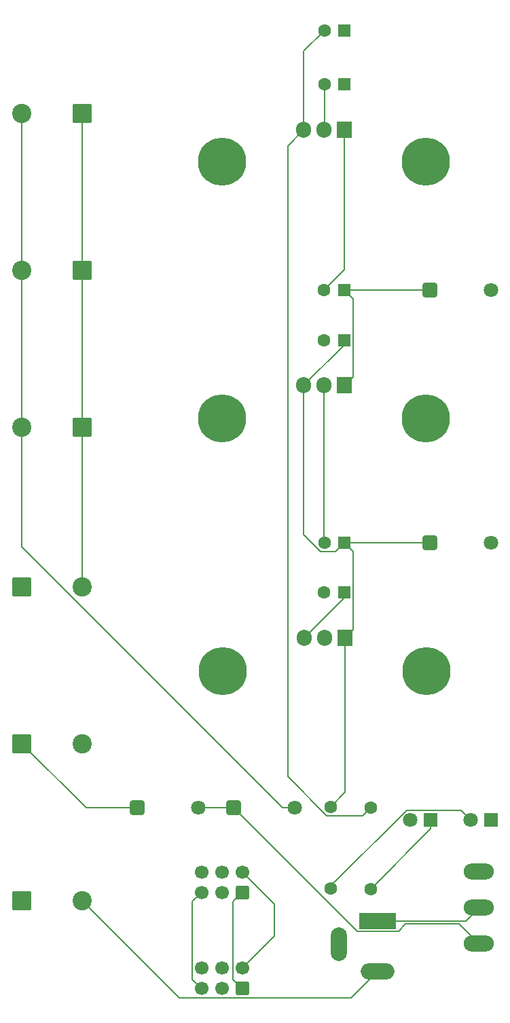
<source format=gbr>
%TF.GenerationSoftware,KiCad,Pcbnew,9.0.5*%
%TF.CreationDate,2025-12-27T01:48:07+11:00*%
%TF.ProjectId,power-supply,706f7765-722d-4737-9570-706c792e6b69,rev?*%
%TF.SameCoordinates,Original*%
%TF.FileFunction,Copper,L1,Top*%
%TF.FilePolarity,Positive*%
%FSLAX46Y46*%
G04 Gerber Fmt 4.6, Leading zero omitted, Abs format (unit mm)*
G04 Created by KiCad (PCBNEW 9.0.5) date 2025-12-27 01:48:07*
%MOMM*%
%LPD*%
G01*
G04 APERTURE LIST*
G04 Aperture macros list*
%AMRoundRect*
0 Rectangle with rounded corners*
0 $1 Rounding radius*
0 $2 $3 $4 $5 $6 $7 $8 $9 X,Y pos of 4 corners*
0 Add a 4 corners polygon primitive as box body*
4,1,4,$2,$3,$4,$5,$6,$7,$8,$9,$2,$3,0*
0 Add four circle primitives for the rounded corners*
1,1,$1+$1,$2,$3*
1,1,$1+$1,$4,$5*
1,1,$1+$1,$6,$7*
1,1,$1+$1,$8,$9*
0 Add four rect primitives between the rounded corners*
20,1,$1+$1,$2,$3,$4,$5,0*
20,1,$1+$1,$4,$5,$6,$7,0*
20,1,$1+$1,$6,$7,$8,$9,0*
20,1,$1+$1,$8,$9,$2,$3,0*%
G04 Aperture macros list end*
%TA.AperFunction,ComponentPad*%
%ADD10C,6.000000*%
%TD*%
%TA.AperFunction,ComponentPad*%
%ADD11RoundRect,0.250000X0.550000X0.550000X-0.550000X0.550000X-0.550000X-0.550000X0.550000X-0.550000X0*%
%TD*%
%TA.AperFunction,ComponentPad*%
%ADD12C,1.600000*%
%TD*%
%TA.AperFunction,ComponentPad*%
%ADD13RoundRect,0.250001X-0.949999X-0.949999X0.949999X-0.949999X0.949999X0.949999X-0.949999X0.949999X0*%
%TD*%
%TA.AperFunction,ComponentPad*%
%ADD14C,2.400000*%
%TD*%
%TA.AperFunction,ComponentPad*%
%ADD15RoundRect,0.250000X-0.650000X-0.650000X0.650000X-0.650000X0.650000X0.650000X-0.650000X0.650000X0*%
%TD*%
%TA.AperFunction,ComponentPad*%
%ADD16C,1.800000*%
%TD*%
%TA.AperFunction,ComponentPad*%
%ADD17R,1.905000X2.000000*%
%TD*%
%TA.AperFunction,ComponentPad*%
%ADD18O,1.905000X2.000000*%
%TD*%
%TA.AperFunction,ComponentPad*%
%ADD19RoundRect,0.250001X0.949999X0.949999X-0.949999X0.949999X-0.949999X-0.949999X0.949999X-0.949999X0*%
%TD*%
%TA.AperFunction,ComponentPad*%
%ADD20R,1.800000X1.800000*%
%TD*%
%TA.AperFunction,ComponentPad*%
%ADD21RoundRect,0.250000X0.600000X-0.600000X0.600000X0.600000X-0.600000X0.600000X-0.600000X-0.600000X0*%
%TD*%
%TA.AperFunction,ComponentPad*%
%ADD22C,1.700000*%
%TD*%
%TA.AperFunction,ComponentPad*%
%ADD23R,4.600000X2.000000*%
%TD*%
%TA.AperFunction,ComponentPad*%
%ADD24O,4.200000X2.000000*%
%TD*%
%TA.AperFunction,ComponentPad*%
%ADD25O,2.000000X4.200000*%
%TD*%
%TA.AperFunction,ComponentPad*%
%ADD26O,3.750000X2.000000*%
%TD*%
%TA.AperFunction,Conductor*%
%ADD27C,0.200000*%
%TD*%
G04 APERTURE END LIST*
D10*
%TO.P,H3,1*%
%TO.N,N/C*%
X121900000Y-59000000D03*
X96500000Y-59000000D03*
%TD*%
D11*
%TO.P,C8,1*%
%TO.N,GND*%
X111724588Y-49335628D03*
D12*
%TO.P,C8,2*%
%TO.N,Net-(D2-A)*%
X109224588Y-49335628D03*
%TD*%
D11*
%TO.P,C9,1*%
%TO.N,Net-(D3-A)*%
X111692324Y-81277859D03*
D12*
%TO.P,C9,2*%
%TO.N,GND*%
X109192324Y-81277859D03*
%TD*%
D13*
%TO.P,C3,1*%
%TO.N,Net-(D1-K)*%
X71522220Y-151050000D03*
D14*
%TO.P,C3,2*%
%TO.N,GND*%
X79022220Y-151050000D03*
%TD*%
D15*
%TO.P,D1,1,K*%
%TO.N,Net-(D1-K)*%
X85880000Y-139500000D03*
D16*
%TO.P,D1,2,A*%
%TO.N,Net-(D1-A)*%
X93500000Y-139500000D03*
%TD*%
D11*
%TO.P,C12,1*%
%TO.N,Net-(D6-A)*%
X111699493Y-112662729D03*
D12*
%TO.P,C12,2*%
%TO.N,GND*%
X109199493Y-112662729D03*
%TD*%
%TO.P,R2,1*%
%TO.N,Net-(J2-Pin_2)*%
X115000000Y-139450000D03*
%TO.P,R2,2*%
%TO.N,Net-(D5-K)*%
X115000000Y-149610000D03*
%TD*%
D10*
%TO.P,H1,1*%
%TO.N,N/C*%
X121990958Y-122484117D03*
X96590958Y-122484117D03*
%TD*%
D13*
%TO.P,C2,1*%
%TO.N,Net-(D1-K)*%
X71522220Y-131500000D03*
D14*
%TO.P,C2,2*%
%TO.N,GND*%
X79022220Y-131500000D03*
%TD*%
D12*
%TO.P,R1,1*%
%TO.N,Net-(D4-A)*%
X110000000Y-149530000D03*
%TO.P,R1,2*%
%TO.N,Net-(D3-A)*%
X110000000Y-139370000D03*
%TD*%
D11*
%TO.P,C7,1*%
%TO.N,Net-(D1-K)*%
X111707017Y-74965991D03*
D12*
%TO.P,C7,2*%
%TO.N,GND*%
X109207017Y-74965991D03*
%TD*%
D17*
%TO.P,U2,1,GND*%
%TO.N,GND*%
X111740000Y-55000000D03*
D18*
%TO.P,U2,2,VI*%
%TO.N,Net-(D2-A)*%
X109200000Y-55000000D03*
%TO.P,U2,3,VO*%
%TO.N,Net-(J2-Pin_2)*%
X106660000Y-55000000D03*
%TD*%
D17*
%TO.P,U1,1,VI*%
%TO.N,Net-(D1-K)*%
X111735134Y-86831420D03*
D18*
%TO.P,U1,2,GND*%
%TO.N,GND*%
X109195134Y-86831420D03*
%TO.P,U1,3,VO*%
%TO.N,Net-(D3-A)*%
X106655134Y-86831420D03*
%TD*%
D11*
%TO.P,C11,1*%
%TO.N,Net-(D3-A)*%
X111739333Y-106504091D03*
D12*
%TO.P,C11,2*%
%TO.N,GND*%
X109239333Y-106504091D03*
%TD*%
D19*
%TO.P,C5,1*%
%TO.N,GND*%
X79000000Y-72500000D03*
D14*
%TO.P,C5,2*%
%TO.N,Net-(D2-A)*%
X71500000Y-72500000D03*
%TD*%
D11*
%TO.P,C10,1*%
%TO.N,GND*%
X111724588Y-42606633D03*
D12*
%TO.P,C10,2*%
%TO.N,Net-(J2-Pin_2)*%
X109224588Y-42606633D03*
%TD*%
D15*
%TO.P,D2,1,K*%
%TO.N,Net-(D1-A)*%
X97880000Y-139500000D03*
D16*
%TO.P,D2,2,A*%
%TO.N,Net-(D2-A)*%
X105500000Y-139500000D03*
%TD*%
D19*
%TO.P,C4,1*%
%TO.N,GND*%
X79000000Y-92050000D03*
D14*
%TO.P,C4,2*%
%TO.N,Net-(D2-A)*%
X71500000Y-92050000D03*
%TD*%
D15*
%TO.P,D3,1,K*%
%TO.N,Net-(D1-K)*%
X122380000Y-75000000D03*
D16*
%TO.P,D3,2,A*%
%TO.N,Net-(D3-A)*%
X130000000Y-75000000D03*
%TD*%
D15*
%TO.P,D6,1,K*%
%TO.N,Net-(D3-A)*%
X122380000Y-106500000D03*
D16*
%TO.P,D6,2,A*%
%TO.N,Net-(D6-A)*%
X130000000Y-106500000D03*
%TD*%
D17*
%TO.P,U3,1,IN*%
%TO.N,Net-(D3-A)*%
X111795148Y-118322034D03*
D18*
%TO.P,U3,2,GND*%
%TO.N,GND*%
X109255148Y-118322034D03*
%TO.P,U3,3,OUT*%
%TO.N,Net-(D6-A)*%
X106715148Y-118322034D03*
%TD*%
D10*
%TO.P,H2,1*%
%TO.N,N/C*%
X121900000Y-91000000D03*
X96500000Y-91000000D03*
%TD*%
D19*
%TO.P,C6,1*%
%TO.N,GND*%
X79000000Y-52950000D03*
D14*
%TO.P,C6,2*%
%TO.N,Net-(D2-A)*%
X71500000Y-52950000D03*
%TD*%
D13*
%TO.P,C1,1*%
%TO.N,Net-(D1-K)*%
X71522220Y-111950000D03*
D14*
%TO.P,C1,2*%
%TO.N,GND*%
X79022220Y-111950000D03*
%TD*%
D20*
%TO.P,D5,1,K*%
%TO.N,Net-(D5-K)*%
X122500000Y-141000000D03*
D16*
%TO.P,D5,2,A*%
%TO.N,GND*%
X119960000Y-141000000D03*
%TD*%
D21*
%TO.P,J2,1,Pin_1*%
%TO.N,Net-(D3-A)*%
X99000000Y-162040000D03*
D22*
%TO.P,J2,2,Pin_2*%
%TO.N,Net-(J2-Pin_2)*%
X99000000Y-159500000D03*
%TO.P,J2,3,Pin_3*%
%TO.N,GND*%
X96460000Y-162040000D03*
%TO.P,J2,4,Pin_4*%
X96460000Y-159500000D03*
%TO.P,J2,5,Pin_5*%
%TO.N,Net-(D6-A)*%
X93920000Y-162040000D03*
%TO.P,J2,6,Pin_6*%
%TO.N,unconnected-(J2-Pin_6-Pad6)*%
X93920000Y-159500000D03*
%TD*%
D20*
%TO.P,D4,1,K*%
%TO.N,GND*%
X130000000Y-141000000D03*
D16*
%TO.P,D4,2,A*%
%TO.N,Net-(D4-A)*%
X127460000Y-141000000D03*
%TD*%
D23*
%TO.P,J1,1*%
%TO.N,Net-(SW1-B)*%
X115850000Y-153600000D03*
D24*
%TO.P,J1,2*%
%TO.N,GND*%
X115850000Y-159900000D03*
D25*
%TO.P,J1,3*%
%TO.N,N/C*%
X111050000Y-156500000D03*
%TD*%
D21*
%TO.P,J3,1,Pin_1*%
%TO.N,Net-(D3-A)*%
X99000000Y-150055000D03*
D22*
%TO.P,J3,2,Pin_2*%
%TO.N,Net-(J2-Pin_2)*%
X99000000Y-147515000D03*
%TO.P,J3,3,Pin_3*%
%TO.N,GND*%
X96460000Y-150055000D03*
%TO.P,J3,4,Pin_4*%
X96460000Y-147515000D03*
%TO.P,J3,5,Pin_5*%
%TO.N,Net-(D6-A)*%
X93920000Y-150055000D03*
%TO.P,J3,6,Pin_6*%
%TO.N,unconnected-(J3-Pin_6-Pad6)*%
X93920000Y-147515000D03*
%TD*%
D26*
%TO.P,SW1,1,A*%
%TO.N,Net-(D1-A)*%
X128500000Y-156450000D03*
%TO.P,SW1,2,B*%
%TO.N,Net-(SW1-B)*%
X128500000Y-151950000D03*
%TO.P,SW1,3,C*%
%TO.N,unconnected-(SW1-C-Pad3)*%
X128500000Y-147450000D03*
%TD*%
D27*
%TO.N,GND*%
X112559000Y-163191000D02*
X91163220Y-163191000D01*
X111740000Y-55000000D02*
X111740000Y-72433008D01*
X79000000Y-92050000D02*
X79000000Y-52950000D01*
X91163220Y-163191000D02*
X79022220Y-151050000D01*
X79000000Y-92050000D02*
X79000000Y-111927780D01*
X109195134Y-86831420D02*
X109195134Y-106459892D01*
X115850000Y-159900000D02*
X112559000Y-163191000D01*
X79000000Y-111927780D02*
X79022220Y-111950000D01*
X109195134Y-106459892D02*
X109239333Y-106504091D01*
X111740000Y-72433008D02*
X109207017Y-74965991D01*
%TO.N,Net-(D1-K)*%
X111707017Y-74965991D02*
X112793324Y-76052298D01*
X111707017Y-74965991D02*
X122345991Y-74965991D01*
X112793324Y-76052298D02*
X112793324Y-85773230D01*
X71522220Y-111950000D02*
X71522220Y-111093738D01*
X122345991Y-74965991D02*
X122380000Y-75000000D01*
X85880000Y-139500000D02*
X79522220Y-139500000D01*
X112793324Y-85773230D02*
X111735134Y-86831420D01*
X79522220Y-139500000D02*
X71522220Y-131500000D01*
%TO.N,Net-(D2-A)*%
X71500000Y-92050000D02*
X71500000Y-107000000D01*
X71500000Y-92050000D02*
X71500000Y-52950000D01*
X71500000Y-107000000D02*
X104000000Y-139500000D01*
X105500000Y-139500000D02*
X105500000Y-139000000D01*
X109224588Y-54975412D02*
X109200000Y-55000000D01*
X104000000Y-139500000D02*
X105500000Y-139500000D01*
X109224588Y-49335628D02*
X109224588Y-54975412D01*
%TO.N,Net-(D4-A)*%
X110000000Y-149261529D02*
X119462529Y-139799000D01*
X110000000Y-149530000D02*
X110000000Y-149261529D01*
X119462529Y-139799000D02*
X126259000Y-139799000D01*
X126259000Y-139799000D02*
X127460000Y-141000000D01*
%TO.N,Net-(D1-A)*%
X97880000Y-139500000D02*
X93500000Y-139500000D01*
X119351000Y-154001000D02*
X118451000Y-154901000D01*
X126051000Y-154001000D02*
X119351000Y-154001000D01*
X118451000Y-154901000D02*
X113281000Y-154901000D01*
X128500000Y-156450000D02*
X126051000Y-154001000D01*
X113281000Y-154901000D02*
X97880000Y-139500000D01*
%TO.N,Net-(D3-A)*%
X106655134Y-86831420D02*
X106655134Y-105476942D01*
X111739333Y-106504091D02*
X122375909Y-106504091D01*
X97849000Y-151206000D02*
X99000000Y-150055000D01*
X122375909Y-106504091D02*
X122380000Y-106500000D01*
X99000000Y-162040000D02*
X97849000Y-160889000D01*
X111795148Y-118322034D02*
X111795148Y-137574852D01*
X108783283Y-107605091D02*
X110638333Y-107605091D01*
X112800493Y-107565251D02*
X112800493Y-117316689D01*
X111739333Y-106504091D02*
X112800493Y-107565251D01*
X111692324Y-81277859D02*
X111692324Y-81794230D01*
X97849000Y-160889000D02*
X97849000Y-151206000D01*
X111795148Y-137574852D02*
X110000000Y-139370000D01*
X106655134Y-105476942D02*
X108783283Y-107605091D01*
X110638333Y-107605091D02*
X111739333Y-106504091D01*
X111692324Y-81794230D02*
X106655134Y-86831420D01*
X112800493Y-117316689D02*
X111795148Y-118322034D01*
%TO.N,Net-(D5-K)*%
X115000000Y-149610000D02*
X122500000Y-142110000D01*
X122500000Y-142110000D02*
X122500000Y-141000000D01*
%TO.N,Net-(D6-A)*%
X111699493Y-112662729D02*
X111699493Y-113337689D01*
X111699493Y-113337689D02*
X106715148Y-118322034D01*
X92769000Y-151206000D02*
X93920000Y-150055000D01*
X92769000Y-160889000D02*
X92769000Y-151206000D01*
X93920000Y-162040000D02*
X92769000Y-160889000D01*
%TO.N,Net-(SW1-B)*%
X115850000Y-153600000D02*
X126850000Y-153600000D01*
X126850000Y-153600000D02*
X128500000Y-151950000D01*
%TO.N,Net-(J2-Pin_2)*%
X109543950Y-140471000D02*
X113979000Y-140471000D01*
X106660000Y-55000000D02*
X104650764Y-57009236D01*
X103000000Y-151515000D02*
X99000000Y-147515000D01*
X104650764Y-135577814D02*
X109543950Y-140471000D01*
X113979000Y-140471000D02*
X115000000Y-139450000D01*
X103000000Y-155500000D02*
X103000000Y-151515000D01*
X106660000Y-55000000D02*
X106660000Y-45171221D01*
X106660000Y-45171221D02*
X109224588Y-42606633D01*
X104650764Y-57009236D02*
X104650764Y-135577814D01*
X99000000Y-159500000D02*
X103000000Y-155500000D01*
%TD*%
M02*

</source>
